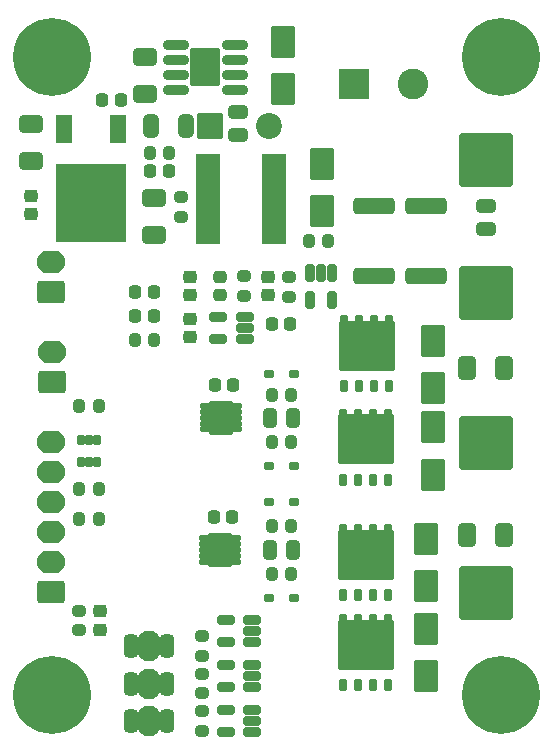
<source format=gbr>
%TF.GenerationSoftware,KiCad,Pcbnew,6.0.2+dfsg-1*%
%TF.CreationDate,2023-01-07T19:56:01+01:00*%
%TF.ProjectId,hBridge3620,68427269-6467-4653-9336-32302e6b6963,1.0*%
%TF.SameCoordinates,Original*%
%TF.FileFunction,Soldermask,Bot*%
%TF.FilePolarity,Negative*%
%FSLAX46Y46*%
G04 Gerber Fmt 4.6, Leading zero omitted, Abs format (unit mm)*
G04 Created by KiCad (PCBNEW 6.0.2+dfsg-1) date 2023-01-07 19:56:01*
%MOMM*%
%LPD*%
G01*
G04 APERTURE LIST*
G04 Aperture macros list*
%AMRoundRect*
0 Rectangle with rounded corners*
0 $1 Rounding radius*
0 $2 $3 $4 $5 $6 $7 $8 $9 X,Y pos of 4 corners*
0 Add a 4 corners polygon primitive as box body*
4,1,4,$2,$3,$4,$5,$6,$7,$8,$9,$2,$3,0*
0 Add four circle primitives for the rounded corners*
1,1,$1+$1,$2,$3*
1,1,$1+$1,$4,$5*
1,1,$1+$1,$6,$7*
1,1,$1+$1,$8,$9*
0 Add four rect primitives between the rounded corners*
20,1,$1+$1,$2,$3,$4,$5,0*
20,1,$1+$1,$4,$5,$6,$7,0*
20,1,$1+$1,$6,$7,$8,$9,0*
20,1,$1+$1,$8,$9,$2,$3,0*%
G04 Aperture macros list end*
%ADD10RoundRect,0.349999X-1.950001X-1.950001X1.950001X-1.950001X1.950001X1.950001X-1.950001X1.950001X0*%
%ADD11RoundRect,0.100000X-1.200000X-1.200000X1.200000X-1.200000X1.200000X1.200000X-1.200000X1.200000X0*%
%ADD12C,2.600000*%
%ADD13RoundRect,0.350000X0.845000X-0.620000X0.845000X0.620000X-0.845000X0.620000X-0.845000X-0.620000X0*%
%ADD14O,2.390000X1.940000*%
%ADD15RoundRect,0.100000X-1.000000X-1.000000X1.000000X-1.000000X1.000000X1.000000X-1.000000X1.000000X0*%
%ADD16C,2.200000*%
%ADD17C,1.000000*%
%ADD18C,6.600000*%
%ADD19RoundRect,0.100000X-0.600000X1.100000X-0.600000X-1.100000X0.600000X-1.100000X0.600000X1.100000X0*%
%ADD20RoundRect,0.100000X-2.900000X3.200000X-2.900000X-3.200000X2.900000X-3.200000X2.900000X3.200000X0*%
%ADD21RoundRect,0.325000X-0.225000X-0.250000X0.225000X-0.250000X0.225000X0.250000X-0.225000X0.250000X0*%
%ADD22RoundRect,0.350000X0.650000X-0.412500X0.650000X0.412500X-0.650000X0.412500X-0.650000X-0.412500X0*%
%ADD23RoundRect,0.350000X-1.425000X0.362500X-1.425000X-0.362500X1.425000X-0.362500X1.425000X0.362500X0*%
%ADD24RoundRect,0.300000X-0.200000X-0.275000X0.200000X-0.275000X0.200000X0.275000X-0.200000X0.275000X0*%
%ADD25RoundRect,0.187500X0.212500X0.087500X-0.212500X0.087500X-0.212500X-0.087500X0.212500X-0.087500X0*%
%ADD26RoundRect,0.100000X0.900000X1.300000X-0.900000X1.300000X-0.900000X-1.300000X0.900000X-1.300000X0*%
%ADD27RoundRect,0.325000X-0.250000X0.225000X-0.250000X-0.225000X0.250000X-0.225000X0.250000X0.225000X0*%
%ADD28RoundRect,0.100000X-0.900000X1.250000X-0.900000X-1.250000X0.900000X-1.250000X0.900000X1.250000X0*%
%ADD29RoundRect,0.350000X0.475000X-0.250000X0.475000X0.250000X-0.475000X0.250000X-0.475000X-0.250000X0*%
%ADD30RoundRect,0.250000X0.512500X0.150000X-0.512500X0.150000X-0.512500X-0.150000X0.512500X-0.150000X0*%
%ADD31RoundRect,0.100000X0.255000X0.380000X-0.255000X0.380000X-0.255000X-0.380000X0.255000X-0.380000X0*%
%ADD32RoundRect,0.100000X2.260000X-1.985000X2.260000X1.985000X-2.260000X1.985000X-2.260000X-1.985000X0*%
%ADD33RoundRect,0.100000X-0.300000X-0.225000X0.300000X-0.225000X0.300000X0.225000X-0.300000X0.225000X0*%
%ADD34RoundRect,0.350000X0.250000X0.475000X-0.250000X0.475000X-0.250000X-0.475000X0.250000X-0.475000X0*%
%ADD35RoundRect,0.350000X-0.650000X0.412500X-0.650000X-0.412500X0.650000X-0.412500X0.650000X0.412500X0*%
%ADD36RoundRect,0.325000X0.250000X-0.225000X0.250000X0.225000X-0.250000X0.225000X-0.250000X-0.225000X0*%
%ADD37RoundRect,0.100000X0.900000X-1.250000X0.900000X1.250000X-0.900000X1.250000X-0.900000X-1.250000X0*%
%ADD38RoundRect,0.300000X-0.275000X0.200000X-0.275000X-0.200000X0.275000X-0.200000X0.275000X0.200000X0*%
%ADD39RoundRect,0.350000X0.412500X0.650000X-0.412500X0.650000X-0.412500X-0.650000X0.412500X-0.650000X0*%
%ADD40RoundRect,0.350000X-0.312500X-0.625000X0.312500X-0.625000X0.312500X0.625000X-0.312500X0.625000X0*%
%ADD41RoundRect,0.300000X0.275000X-0.200000X0.275000X0.200000X-0.275000X0.200000X-0.275000X-0.200000X0*%
%ADD42RoundRect,0.325000X0.225000X0.250000X-0.225000X0.250000X-0.225000X-0.250000X0.225000X-0.250000X0*%
%ADD43O,2.000000X2.600000*%
%ADD44RoundRect,0.290000X0.285000X0.685000X-0.285000X0.685000X-0.285000X-0.685000X0.285000X-0.685000X0*%
%ADD45RoundRect,0.100000X0.900000X3.750000X-0.900000X3.750000X-0.900000X-3.750000X0.900000X-3.750000X0*%
%ADD46RoundRect,0.300000X0.200000X0.275000X-0.200000X0.275000X-0.200000X-0.275000X0.200000X-0.275000X0*%
%ADD47RoundRect,0.318750X0.256250X-0.218750X0.256250X0.218750X-0.256250X0.218750X-0.256250X-0.218750X0*%
%ADD48RoundRect,0.250000X0.825000X0.150000X-0.825000X0.150000X-0.825000X-0.150000X0.825000X-0.150000X0*%
%ADD49RoundRect,0.100000X1.145000X1.500000X-1.145000X1.500000X-1.145000X-1.500000X1.145000X-1.500000X0*%
%ADD50RoundRect,0.350000X-0.475000X0.250000X-0.475000X-0.250000X0.475000X-0.250000X0.475000X0.250000X0*%
%ADD51RoundRect,0.250000X-0.150000X0.512500X-0.150000X-0.512500X0.150000X-0.512500X0.150000X0.512500X0*%
%ADD52RoundRect,0.318750X0.218750X0.256250X-0.218750X0.256250X-0.218750X-0.256250X0.218750X-0.256250X0*%
%ADD53RoundRect,0.100000X0.200000X-0.325000X0.200000X0.325000X-0.200000X0.325000X-0.200000X-0.325000X0*%
G04 APERTURE END LIST*
D10*
%TO.C,M2*%
X17715000Y7075000D03*
%TD*%
D11*
%TO.C,C5*%
X6566041Y24765000D03*
D12*
X11566041Y24765000D03*
%TD*%
D13*
%TO.C,M3*%
X-19095000Y-18288000D03*
D14*
X-19095000Y-15748000D03*
X-19095000Y-13208000D03*
X-19095000Y-10668000D03*
X-19095000Y-8128000D03*
X-19095000Y-5588000D03*
%TD*%
D10*
%TO.C,M1*%
X17715000Y18280000D03*
%TD*%
D13*
%TO.C,P1*%
X-19115000Y7112000D03*
D14*
X-19115000Y9652000D03*
%TD*%
D15*
%TO.C,C2*%
X-5669677Y21162000D03*
D16*
X-669677Y21162000D03*
%TD*%
D17*
%TO.C,H1*%
X21400000Y27000000D03*
X19000000Y29400000D03*
X20697056Y28697056D03*
D18*
X19000000Y27000000D03*
D17*
X17302944Y25302944D03*
X20697056Y25302944D03*
X19000000Y24600000D03*
X17302944Y28697056D03*
X16600000Y27000000D03*
%TD*%
%TO.C,H2*%
X16600000Y-27000000D03*
X20697056Y-28697056D03*
X19000000Y-24600000D03*
X21400000Y-27000000D03*
X20697056Y-25302944D03*
X17302944Y-28697056D03*
X17302944Y-25302944D03*
D18*
X19000000Y-27000000D03*
D17*
X19000000Y-29400000D03*
%TD*%
%TO.C,H4*%
X-21400000Y-27000000D03*
X-17302944Y-25302944D03*
D18*
X-19000000Y-27000000D03*
D17*
X-20697056Y-25302944D03*
X-19000000Y-24600000D03*
X-16600000Y-27000000D03*
X-19000000Y-29400000D03*
X-20697056Y-28697056D03*
X-17302944Y-28697056D03*
%TD*%
%TO.C,H3*%
X-19000000Y24600000D03*
X-16600000Y27000000D03*
X-19000000Y29400000D03*
X-20697056Y28697056D03*
X-17302944Y28697056D03*
X-20697056Y25302944D03*
X-17302944Y25302944D03*
X-21400000Y27000000D03*
D18*
X-19000000Y27000000D03*
%TD*%
D10*
%TO.C,OUTA1*%
X17715000Y-5625000D03*
%TD*%
D13*
%TO.C,P2*%
X-19050000Y-508000D03*
D14*
X-19050000Y2032000D03*
%TD*%
D10*
%TO.C,OUTB1*%
X17715000Y-18325000D03*
%TD*%
D19*
%TO.C,U2*%
X-18027000Y20929000D03*
D20*
X-15747000Y14629000D03*
D19*
X-13467000Y20929000D03*
%TD*%
D21*
%TO.C,C21*%
X-5313000Y-11938000D03*
X-3763000Y-11938000D03*
%TD*%
D22*
%TO.C,C13*%
X-20828000Y18249500D03*
X-20828000Y21374500D03*
%TD*%
D23*
%TO.C,R1*%
X12635000Y14392500D03*
X12635000Y8467500D03*
%TD*%
D24*
%TO.C,R17*%
X-16700000Y-9525000D03*
X-15050000Y-9525000D03*
%TD*%
D25*
%TO.C,U5*%
X-3442000Y-13732000D03*
X-3442000Y-14232000D03*
X-3442000Y-14732000D03*
X-3442000Y-15232000D03*
X-3442000Y-15732000D03*
X-6142000Y-15732000D03*
X-6142000Y-15232000D03*
X-6142000Y-14732000D03*
X-6142000Y-14232000D03*
X-6142000Y-13732000D03*
D26*
X-4792000Y-14732000D03*
%TD*%
D27*
%TO.C,C15*%
X-20828000Y15253000D03*
X-20828000Y13703000D03*
%TD*%
D28*
%TO.C,D6*%
X13208000Y-4350000D03*
X13208000Y-8350000D03*
%TD*%
D29*
%TO.C,C8*%
X-3302000Y20452000D03*
X-3302000Y22352000D03*
%TD*%
D30*
%TO.C,U9*%
X-2037500Y-28260000D03*
X-2037500Y-29210000D03*
X-2037500Y-30160000D03*
X-4312500Y-30160000D03*
X-4312500Y-28260000D03*
%TD*%
D31*
%TO.C,Q2*%
X9460000Y-8760000D03*
X6920000Y-8760000D03*
X8190000Y-8760000D03*
X5650000Y-8760000D03*
X5650000Y-3260000D03*
D32*
X7555000Y-5365000D03*
D31*
X8190000Y-3260000D03*
X9460000Y-3260000D03*
X6920000Y-3260000D03*
%TD*%
D24*
%TO.C,R7*%
X-415000Y-5550501D03*
X1235000Y-5550501D03*
%TD*%
D33*
%TO.C,D4*%
X-640000Y-7582501D03*
X1460000Y-7582501D03*
%TD*%
D25*
%TO.C,U3*%
X-3325499Y-2518501D03*
X-3325499Y-3018501D03*
X-3325499Y-3518501D03*
X-3325499Y-4018501D03*
X-3325499Y-4518501D03*
X-6025499Y-4518501D03*
X-6025499Y-4018501D03*
X-6025499Y-3518501D03*
X-6025499Y-3018501D03*
X-6025499Y-2518501D03*
D26*
X-4675499Y-3518501D03*
%TD*%
D21*
%TO.C,C1*%
X-5196499Y-724501D03*
X-3646499Y-724501D03*
%TD*%
D34*
%TO.C,C20*%
X1360000Y-14732000D03*
X-540000Y-14732000D03*
%TD*%
D35*
%TO.C,C11*%
X-10414000Y15104500D03*
X-10414000Y11979500D03*
%TD*%
D36*
%TO.C,C22*%
X-7366000Y3302000D03*
X-7366000Y4852000D03*
%TD*%
D24*
%TO.C,R4*%
X-16700000Y-12065000D03*
X-15050000Y-12065000D03*
%TD*%
D37*
%TO.C,D1*%
X508000Y24274000D03*
X508000Y28274000D03*
%TD*%
D34*
%TO.C,C17*%
X1360000Y-3518501D03*
X-540000Y-3518501D03*
%TD*%
D24*
%TO.C,R8*%
X-12001000Y3048000D03*
X-10351000Y3048000D03*
%TD*%
D38*
%TO.C,R13*%
X-2794000Y8445000D03*
X-2794000Y6795000D03*
%TD*%
D22*
%TO.C,C10*%
X-11176000Y23917500D03*
X-11176000Y27042500D03*
%TD*%
D31*
%TO.C,Q1*%
X8255000Y-845000D03*
X9525000Y-845000D03*
X6985000Y-845000D03*
X5715000Y-845000D03*
D32*
X7620000Y2550000D03*
D31*
X5715000Y4655000D03*
X8255000Y4655000D03*
X6985000Y4655000D03*
X9525000Y4655000D03*
%TD*%
D28*
%TO.C,D2*%
X3810000Y17965000D03*
X3810000Y13965000D03*
%TD*%
D39*
%TO.C,C3*%
X19277500Y725000D03*
X16152500Y725000D03*
%TD*%
%TO.C,C14*%
X19277500Y-13462000D03*
X16152500Y-13462000D03*
%TD*%
D31*
%TO.C,Q3*%
X9460000Y-18535000D03*
X6920000Y-18535000D03*
X8190000Y-18535000D03*
X5650000Y-18535000D03*
X5650000Y-13035000D03*
X8190000Y-13035000D03*
D32*
X7555000Y-15140000D03*
D31*
X9460000Y-13035000D03*
X6920000Y-13035000D03*
%TD*%
%TO.C,Q4*%
X6920000Y-26155000D03*
X8190000Y-26155000D03*
X9460000Y-26155000D03*
X5650000Y-26155000D03*
X9460000Y-20655000D03*
X8190000Y-20655000D03*
D32*
X7555000Y-22760000D03*
D31*
X6920000Y-20655000D03*
X5650000Y-20655000D03*
%TD*%
D40*
%TO.C,R9*%
X-10606500Y21162000D03*
X-7681500Y21162000D03*
%TD*%
D41*
%TO.C,R20*%
X-6350000Y-26860000D03*
X-6350000Y-25210000D03*
%TD*%
D38*
%TO.C,R5*%
X1016000Y8382000D03*
X1016000Y6732000D03*
%TD*%
D28*
%TO.C,D8*%
X12635000Y-13785000D03*
X12635000Y-17785000D03*
%TD*%
D42*
%TO.C,C4*%
X1156000Y4445000D03*
X-394000Y4445000D03*
%TD*%
D23*
%TO.C,R2*%
X8255000Y14392500D03*
X8255000Y8467500D03*
%TD*%
D43*
%TO.C,D17*%
X-10795000Y-29210000D03*
D44*
X-9245000Y-29210000D03*
X-12345000Y-29210000D03*
%TD*%
D27*
%TO.C,C18*%
X-7366000Y8382000D03*
X-7366000Y6832000D03*
%TD*%
D45*
%TO.C,L1*%
X-242000Y14986000D03*
X-5842000Y14986000D03*
%TD*%
D42*
%TO.C,C12*%
X-13195000Y23368000D03*
X-14745000Y23368000D03*
%TD*%
D41*
%TO.C,R10*%
X-8128000Y13479000D03*
X-8128000Y15129000D03*
%TD*%
D33*
%TO.C,D3*%
X-640000Y164499D03*
X1460000Y164499D03*
%TD*%
D46*
%TO.C,R12*%
X-9081000Y18876000D03*
X-10731000Y18876000D03*
%TD*%
D43*
%TO.C,D16*%
X-10795000Y-26035000D03*
D44*
X-9245000Y-26035000D03*
X-12345000Y-26035000D03*
%TD*%
D47*
%TO.C,D14*%
X-4826000Y6832500D03*
X-4826000Y8407500D03*
%TD*%
D28*
%TO.C,D5*%
X13208000Y2984000D03*
X13208000Y-1016000D03*
%TD*%
D48*
%TO.C,U1*%
X-3559000Y28067000D03*
X-3559000Y26797000D03*
X-3559000Y25527000D03*
X-3559000Y24257000D03*
X-8509000Y24257000D03*
X-8509000Y25527000D03*
X-8509000Y26797000D03*
X-8509000Y28067000D03*
D49*
X-6034000Y26162000D03*
%TD*%
D50*
%TO.C,C7*%
X17715000Y14375000D03*
X17715000Y12475000D03*
%TD*%
D30*
%TO.C,U6*%
X-2672500Y5014000D03*
X-2672500Y4064000D03*
X-2672500Y3114000D03*
X-4947500Y3114000D03*
X-4947500Y5014000D03*
%TD*%
D21*
%TO.C,C9*%
X-10681000Y17352000D03*
X-9131000Y17352000D03*
%TD*%
%TO.C,C19*%
X-11951000Y7112000D03*
X-10401000Y7112000D03*
%TD*%
D38*
%TO.C,R16*%
X-16764000Y-19876000D03*
X-16764000Y-21526000D03*
%TD*%
D41*
%TO.C,R19*%
X-6350000Y-23685000D03*
X-6350000Y-22035000D03*
%TD*%
D51*
%TO.C,U4*%
X2795000Y8757500D03*
X3745000Y8757500D03*
X4695000Y8757500D03*
X4695000Y6482500D03*
X2795000Y6482500D03*
%TD*%
D30*
%TO.C,U7*%
X-2037500Y-20640000D03*
X-2037500Y-21590000D03*
X-2037500Y-22540000D03*
X-4312500Y-22540000D03*
X-4312500Y-20640000D03*
%TD*%
D33*
%TO.C,D10*%
X-640000Y-10668000D03*
X1460000Y-10668000D03*
%TD*%
D24*
%TO.C,R6*%
X-415000Y-1613501D03*
X1235000Y-1613501D03*
%TD*%
D27*
%TO.C,C16*%
X-762000Y8395000D03*
X-762000Y6845000D03*
%TD*%
D24*
%TO.C,R11*%
X2731000Y11430000D03*
X4381000Y11430000D03*
%TD*%
D43*
%TO.C,D13*%
X-10795000Y-22860000D03*
D44*
X-9245000Y-22860000D03*
X-12345000Y-22860000D03*
%TD*%
D41*
%TO.C,R21*%
X-6350000Y-30035000D03*
X-6350000Y-28385000D03*
%TD*%
D24*
%TO.C,R15*%
X-415000Y-16764000D03*
X1235000Y-16764000D03*
%TD*%
D30*
%TO.C,U8*%
X-2037500Y-24450000D03*
X-2037500Y-25400000D03*
X-2037500Y-26350000D03*
X-4312500Y-26350000D03*
X-4312500Y-24450000D03*
%TD*%
D24*
%TO.C,R3*%
X-16700000Y-2540000D03*
X-15050000Y-2540000D03*
%TD*%
D28*
%TO.C,D9*%
X12635000Y-21405000D03*
X12635000Y-25405000D03*
%TD*%
D52*
%TO.C,D15*%
X-10388500Y5080000D03*
X-11963500Y5080000D03*
%TD*%
D53*
%TO.C,D7*%
X-15225000Y-7300000D03*
X-15875000Y-7300000D03*
X-16525000Y-7300000D03*
X-16525000Y-5400000D03*
X-15875000Y-5400000D03*
X-15225000Y-5400000D03*
%TD*%
D33*
%TO.C,D11*%
X-640000Y-18796000D03*
X1460000Y-18796000D03*
%TD*%
D36*
%TO.C,C6*%
X-14986000Y-21476000D03*
X-14986000Y-19926000D03*
%TD*%
D24*
%TO.C,R14*%
X-415000Y-12700000D03*
X1235000Y-12700000D03*
%TD*%
M02*

</source>
